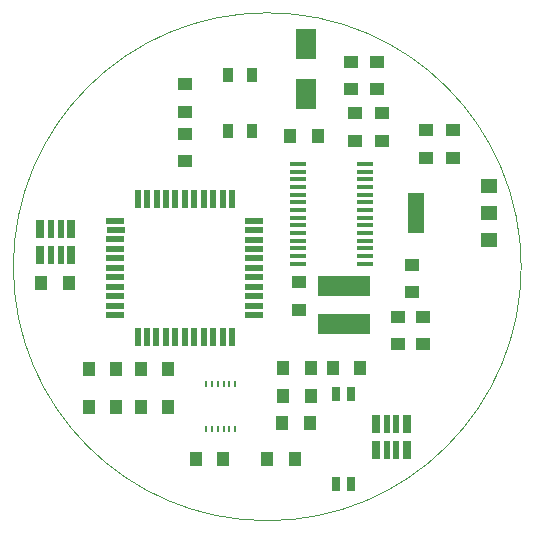
<source format=gbr>
*
*
G04 PADS 9.3 Build Number: 433611 generated Gerber (RS-274-X) file*
G04 PC Version=2.1*
*
%IN "LDC_Layout_20161209.pcb"*%
*
%MOIN*%
*
%FSLAX35Y35*%
*
*
*
*
G04 PC Standard Apertures*
*
*
G04 Thermal Relief Aperture macro.*
%AMTER*
1,1,$1,0,0*
1,0,$1-$2,0,0*
21,0,$3,$4,0,0,45*
21,0,$3,$4,0,0,135*
%
*
*
G04 Annular Aperture macro.*
%AMANN*
1,1,$1,0,0*
1,0,$2,0,0*
%
*
*
G04 Odd Aperture macro.*
%AMODD*
1,1,$1,0,0*
1,0,$1-0.005,0,0*
%
*
*
G04 PC Custom Aperture Macros*
*
*
*
*
*
*
G04 PC Aperture Table*
*
%ADD010C,0.001*%
%ADD012R,0.05903X0.01967*%
%ADD013R,0.01967X0.05903*%
%ADD014R,0.05709X0.01378*%
%ADD016R,0.00984X0.02362*%
%ADD018R,0.0689X0.10433*%
%ADD019R,0.05118X0.04134*%
%ADD020R,0.04134X0.05118*%
%ADD021R,0.0551X0.04723*%
%ADD022R,0.0551X0.13777*%
%ADD023R,0.177X0.069*%
%ADD026R,0.02992X0.05*%
%ADD027R,0.0374X0.04921*%
%ADD032R,0.026X0.059*%
%ADD033R,0.02X0.059*%
%ADD041C,0.00394*%
*
*
*
*
G04 PC Circuitry*
G04 Layer Name LDC_Layout_20161209.pcb - circuitry*
%LPD*%
*
*
G04 PC Custom Flashes*
G04 Layer Name LDC_Layout_20161209.pcb - flashes*
%LPD*%
*
*
G04 PC Circuitry*
G04 Layer Name LDC_Layout_20161209.pcb - circuitry*
%LPD*%
*
G54D10*
G54D12*
G01X343079Y409088D03*
X343117Y405940D03*
X343079Y402792D03*
Y399642D03*
Y396492D03*
Y393343D03*
Y390152D03*
Y387043D03*
Y383895D03*
Y380745D03*
Y377557D03*
X389335D03*
Y380705D03*
Y383855D03*
Y387005D03*
Y390152D03*
Y393303D03*
Y396452D03*
Y399602D03*
Y402752D03*
Y405902D03*
Y409050D03*
G54D13*
X350479Y370193D03*
X353627D03*
X356777D03*
X360005D03*
X363075D03*
X366225D03*
X369375D03*
X372524D03*
X375674D03*
X378824D03*
X381974D03*
X381985Y416430D03*
X378832D03*
X375684D03*
X372535D03*
X369387D03*
X366235D03*
X363087D03*
X359939D03*
X356789D03*
X353637D03*
X350489D03*
G54D14*
X403937Y427953D03*
Y425394D03*
Y422835D03*
Y420276D03*
Y417717D03*
Y415157D03*
Y412598D03*
Y410039D03*
Y407480D03*
Y404921D03*
Y402362D03*
Y399803D03*
Y397244D03*
Y394685D03*
X426181D03*
Y397244D03*
Y399803D03*
Y402362D03*
Y404921D03*
Y407480D03*
Y410039D03*
Y412598D03*
Y415157D03*
Y417717D03*
Y420276D03*
Y422835D03*
Y425394D03*
Y427953D03*
G54D16*
X383071Y354724D03*
X381102D03*
X379134D03*
X377165D03*
X375197D03*
X373228D03*
Y339764D03*
X375197D03*
X377165D03*
X379134D03*
X381102D03*
X383071D03*
G54D18*
X406693Y468110D03*
Y451181D03*
G54D19*
X366339Y445374D03*
Y454626D03*
X421457Y452854D03*
Y462106D03*
X441929Y394390D03*
Y385138D03*
X455709Y439272D03*
Y430020D03*
X446457Y439272D03*
Y430020D03*
X437402Y367815D03*
Y377067D03*
X422835Y444980D03*
Y435728D03*
X431890Y444980D03*
Y435728D03*
X445472Y367815D03*
Y377067D03*
X404134Y379429D03*
Y388681D03*
X366142Y438091D03*
Y428839D03*
X430315Y462106D03*
Y452854D03*
G54D20*
X401280Y437205D03*
X410531D03*
X408169Y359843D03*
X398917D03*
X351476Y359646D03*
X360728D03*
X318406Y388189D03*
X327657D03*
X351476Y346850D03*
X360728D03*
X415453Y359843D03*
X424705D03*
X408169Y350591D03*
X398917D03*
X407972Y341732D03*
X398720D03*
X379035Y329724D03*
X369783D03*
X402854D03*
X393602D03*
X343406Y346850D03*
X334154D03*
X343406Y359646D03*
X334154D03*
G54D21*
X467717Y402559D03*
Y411612D03*
Y420667D03*
G54D22*
X443308Y411612D03*
G54D23*
X419291Y387303D03*
Y374508D03*
G54D26*
X416732Y351181D03*
Y321260D03*
X421732Y351181D03*
Y321260D03*
G54D27*
X388583Y457677D03*
X380709D03*
Y438976D03*
X388583D03*
G54D32*
X328348Y406269D03*
X318108D03*
Y397669D03*
X328348D03*
X440159Y341308D03*
X429919D03*
Y332708D03*
X440159D03*
G54D33*
X324798Y406269D03*
X321658D03*
Y397669D03*
X324798D03*
X436609Y341308D03*
X433469D03*
Y332708D03*
X436609D03*
G54D41*
X478346Y393701D02*
G75*
G03X478346I-84645J0D01*
G74*
G01X0Y0D02*
M02*

</source>
